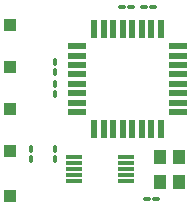
<source format=gts>
G04 #@! TF.GenerationSoftware,KiCad,Pcbnew,(6.0.9)*
G04 #@! TF.CreationDate,2024-04-27T20:04:49+10:00*
G04 #@! TF.ProjectId,DFO,44464f2e-6b69-4636-9164-5f7063625858,rev?*
G04 #@! TF.SameCoordinates,Original*
G04 #@! TF.FileFunction,Soldermask,Top*
G04 #@! TF.FilePolarity,Negative*
%FSLAX46Y46*%
G04 Gerber Fmt 4.6, Leading zero omitted, Abs format (unit mm)*
G04 Created by KiCad (PCBNEW (6.0.9)) date 2024-04-27 20:04:49*
%MOMM*%
%LPD*%
G01*
G04 APERTURE LIST*
G04 Aperture macros list*
%AMRoundRect*
0 Rectangle with rounded corners*
0 $1 Rounding radius*
0 $2 $3 $4 $5 $6 $7 $8 $9 X,Y pos of 4 corners*
0 Add a 4 corners polygon primitive as box body*
4,1,4,$2,$3,$4,$5,$6,$7,$8,$9,$2,$3,0*
0 Add four circle primitives for the rounded corners*
1,1,$1+$1,$2,$3*
1,1,$1+$1,$4,$5*
1,1,$1+$1,$6,$7*
1,1,$1+$1,$8,$9*
0 Add four rect primitives between the rounded corners*
20,1,$1+$1,$2,$3,$4,$5,0*
20,1,$1+$1,$4,$5,$6,$7,0*
20,1,$1+$1,$6,$7,$8,$9,0*
20,1,$1+$1,$8,$9,$2,$3,0*%
G04 Aperture macros list end*
%ADD10RoundRect,0.100000X0.100000X-0.217500X0.100000X0.217500X-0.100000X0.217500X-0.100000X-0.217500X0*%
%ADD11R,1.000000X1.000000*%
%ADD12RoundRect,0.100000X-0.100000X0.217500X-0.100000X-0.217500X0.100000X-0.217500X0.100000X0.217500X0*%
%ADD13RoundRect,0.100000X0.217500X0.100000X-0.217500X0.100000X-0.217500X-0.100000X0.217500X-0.100000X0*%
%ADD14RoundRect,0.100000X-0.217500X-0.100000X0.217500X-0.100000X0.217500X0.100000X-0.217500X0.100000X0*%
%ADD15R,1.600000X0.550000*%
%ADD16R,0.550000X1.600000*%
%ADD17R,1.400000X0.300000*%
%ADD18R,1.100000X1.300000*%
G04 APERTURE END LIST*
D10*
X122936000Y-89561500D03*
X122936000Y-88746500D03*
D11*
X119126000Y-92710000D03*
D10*
X122936000Y-96927500D03*
X122936000Y-96112500D03*
D12*
X120904000Y-96112500D03*
X120904000Y-96927500D03*
D13*
X131217500Y-84074000D03*
X130402500Y-84074000D03*
D14*
X128549000Y-84074000D03*
X129364000Y-84074000D03*
D11*
X119126000Y-89154000D03*
X119126000Y-100076000D03*
D15*
X124782000Y-87370000D03*
X124782000Y-88170000D03*
X124782000Y-88970000D03*
X124782000Y-89770000D03*
X124782000Y-90570000D03*
X124782000Y-91370000D03*
X124782000Y-92170000D03*
X124782000Y-92970000D03*
D16*
X126232000Y-94420000D03*
X127032000Y-94420000D03*
X127832000Y-94420000D03*
X128632000Y-94420000D03*
X129432000Y-94420000D03*
X130232000Y-94420000D03*
X131032000Y-94420000D03*
X131832000Y-94420000D03*
D15*
X133282000Y-92970000D03*
X133282000Y-92170000D03*
X133282000Y-91370000D03*
X133282000Y-90570000D03*
X133282000Y-89770000D03*
X133282000Y-88970000D03*
X133282000Y-88170000D03*
X133282000Y-87370000D03*
D16*
X131832000Y-85920000D03*
X131032000Y-85920000D03*
X130232000Y-85920000D03*
X129432000Y-85920000D03*
X128632000Y-85920000D03*
X127832000Y-85920000D03*
X127032000Y-85920000D03*
X126232000Y-85920000D03*
D11*
X119126000Y-96266000D03*
D17*
X128946000Y-98790000D03*
X128946000Y-98290000D03*
X128946000Y-97790000D03*
X128946000Y-97290000D03*
X128946000Y-96790000D03*
X124546000Y-96790000D03*
X124546000Y-97290000D03*
X124546000Y-97790000D03*
X124546000Y-98290000D03*
X124546000Y-98790000D03*
D11*
X119126000Y-85598000D03*
D10*
X122936000Y-91415000D03*
X122936000Y-90600000D03*
D18*
X133413000Y-98840000D03*
X133413000Y-96740000D03*
X131763000Y-96740000D03*
X131763000Y-98840000D03*
D13*
X131471500Y-100330000D03*
X130656500Y-100330000D03*
M02*

</source>
